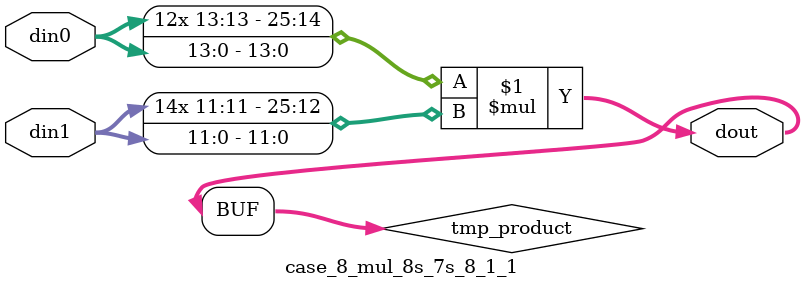
<source format=v>

`timescale 1 ns / 1 ps

 module case_8_mul_8s_7s_8_1_1(din0, din1, dout);
parameter ID = 1;
parameter NUM_STAGE = 0;
parameter din0_WIDTH = 14;
parameter din1_WIDTH = 12;
parameter dout_WIDTH = 26;

input [din0_WIDTH - 1 : 0] din0; 
input [din1_WIDTH - 1 : 0] din1; 
output [dout_WIDTH - 1 : 0] dout;

wire signed [dout_WIDTH - 1 : 0] tmp_product;



























assign tmp_product = $signed(din0) * $signed(din1);








assign dout = tmp_product;





















endmodule

</source>
